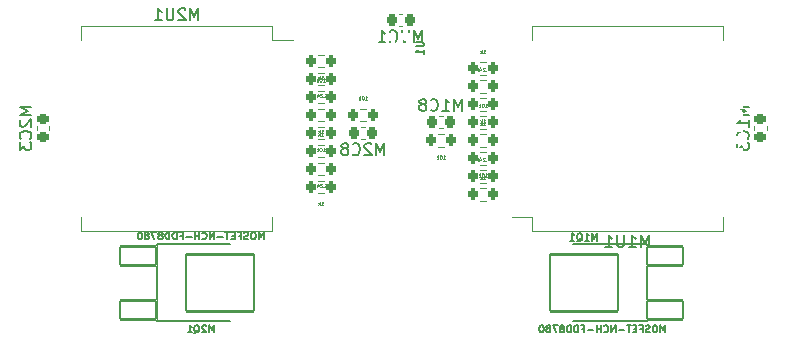
<source format=gbo>
%TF.GenerationSoftware,KiCad,Pcbnew,(6.0.0-0)*%
%TF.CreationDate,2022-03-27T14:29:04+08:00*%
%TF.ProjectId,driver,64726976-6572-42e6-9b69-6361645f7063,rev?*%
%TF.SameCoordinates,Original*%
%TF.FileFunction,Legend,Bot*%
%TF.FilePolarity,Positive*%
%FSLAX46Y46*%
G04 Gerber Fmt 4.6, Leading zero omitted, Abs format (unit mm)*
G04 Created by KiCad (PCBNEW (6.0.0-0)) date 2022-03-27 14:29:04*
%MOMM*%
%LPD*%
G01*
G04 APERTURE LIST*
G04 Aperture macros list*
%AMRoundRect*
0 Rectangle with rounded corners*
0 $1 Rounding radius*
0 $2 $3 $4 $5 $6 $7 $8 $9 X,Y pos of 4 corners*
0 Add a 4 corners polygon primitive as box body*
4,1,4,$2,$3,$4,$5,$6,$7,$8,$9,$2,$3,0*
0 Add four circle primitives for the rounded corners*
1,1,$1+$1,$2,$3*
1,1,$1+$1,$4,$5*
1,1,$1+$1,$6,$7*
1,1,$1+$1,$8,$9*
0 Add four rect primitives between the rounded corners*
20,1,$1+$1,$2,$3,$4,$5,0*
20,1,$1+$1,$4,$5,$6,$7,0*
20,1,$1+$1,$6,$7,$8,$9,0*
20,1,$1+$1,$8,$9,$2,$3,0*%
G04 Aperture macros list end*
%ADD10C,0.045000*%
%ADD11C,0.150000*%
%ADD12C,0.127000*%
%ADD13C,0.120000*%
%ADD14C,0.203200*%
%ADD15C,0.100000*%
%ADD16R,1.700000X1.700000*%
%ADD17O,1.700000X1.700000*%
%ADD18R,1.600000X1.600000*%
%ADD19C,1.600000*%
%ADD20R,3.800000X3.800000*%
%ADD21C,4.000000*%
%ADD22RoundRect,0.200000X-0.200000X-0.275000X0.200000X-0.275000X0.200000X0.275000X-0.200000X0.275000X0*%
%ADD23RoundRect,0.200000X0.200000X0.275000X-0.200000X0.275000X-0.200000X-0.275000X0.200000X-0.275000X0*%
%ADD24RoundRect,0.225000X-0.225000X-0.250000X0.225000X-0.250000X0.225000X0.250000X-0.225000X0.250000X0*%
%ADD25R,1.350000X0.660000*%
%ADD26R,5.250000X10.300000*%
%ADD27R,5.250000X6.230000*%
%ADD28RoundRect,0.101600X1.499870X-0.798830X1.499870X0.798830X-1.499870X0.798830X-1.499870X-0.798830X0*%
%ADD29RoundRect,0.101600X2.857500X-2.413000X2.857500X2.413000X-2.857500X2.413000X-2.857500X-2.413000X0*%
%ADD30R,0.450000X0.850000*%
%ADD31RoundRect,0.225000X-0.250000X0.225000X-0.250000X-0.225000X0.250000X-0.225000X0.250000X0.225000X0*%
%ADD32RoundRect,0.101600X-1.499870X0.798830X-1.499870X-0.798830X1.499870X-0.798830X1.499870X0.798830X0*%
%ADD33RoundRect,0.101600X-2.857500X2.413000X-2.857500X-2.413000X2.857500X-2.413000X2.857500X2.413000X0*%
%ADD34RoundRect,0.225000X0.225000X0.250000X-0.225000X0.250000X-0.225000X-0.250000X0.225000X-0.250000X0*%
G04 APERTURE END LIST*
D10*
%TO.C,M2R6*%
X154794371Y-100572949D02*
X154965800Y-100572949D01*
X154880085Y-100572949D02*
X154880085Y-100272949D01*
X154908657Y-100315806D01*
X154937228Y-100344377D01*
X154965800Y-100358663D01*
X154608657Y-100272949D02*
X154580085Y-100272949D01*
X154551514Y-100287235D01*
X154537228Y-100301520D01*
X154522942Y-100330092D01*
X154508657Y-100387235D01*
X154508657Y-100458663D01*
X154522942Y-100515806D01*
X154537228Y-100544377D01*
X154551514Y-100558663D01*
X154580085Y-100572949D01*
X154608657Y-100572949D01*
X154637228Y-100558663D01*
X154651514Y-100544377D01*
X154665800Y-100515806D01*
X154680085Y-100458663D01*
X154680085Y-100387235D01*
X154665800Y-100330092D01*
X154651514Y-100301520D01*
X154637228Y-100287235D01*
X154608657Y-100272949D01*
X154380085Y-100572949D02*
X154380085Y-100272949D01*
X154351514Y-100458663D02*
X154265800Y-100572949D01*
X154265800Y-100372949D02*
X154380085Y-100487235D01*
%TO.C,M2R5*%
X155194371Y-101608949D02*
X155008657Y-101608949D01*
X155108657Y-101723235D01*
X155065800Y-101723235D01*
X155037228Y-101737520D01*
X155022942Y-101751806D01*
X155008657Y-101780377D01*
X155008657Y-101851806D01*
X155022942Y-101880377D01*
X155037228Y-101894663D01*
X155065800Y-101908949D01*
X155151514Y-101908949D01*
X155180085Y-101894663D01*
X155194371Y-101880377D01*
X154880085Y-101880377D02*
X154865800Y-101894663D01*
X154880085Y-101908949D01*
X154894371Y-101894663D01*
X154880085Y-101880377D01*
X154880085Y-101908949D01*
X154751514Y-101637520D02*
X154737228Y-101623235D01*
X154708657Y-101608949D01*
X154637228Y-101608949D01*
X154608657Y-101623235D01*
X154594371Y-101637520D01*
X154580085Y-101666092D01*
X154580085Y-101694663D01*
X154594371Y-101737520D01*
X154765800Y-101908949D01*
X154580085Y-101908949D01*
X154322942Y-101708949D02*
X154322942Y-101908949D01*
X154394371Y-101594663D02*
X154465800Y-101808949D01*
X154280085Y-101808949D01*
X154165800Y-101908949D02*
X154165800Y-101608949D01*
X154137228Y-101794663D02*
X154051514Y-101908949D01*
X154051514Y-101708949D02*
X154165800Y-101823235D01*
D11*
%TO.C,M2C8*%
X159981114Y-106797615D02*
X159981114Y-105797615D01*
X159647780Y-106511901D01*
X159314447Y-105797615D01*
X159314447Y-106797615D01*
X158885876Y-105892854D02*
X158838257Y-105845235D01*
X158743019Y-105797615D01*
X158504923Y-105797615D01*
X158409685Y-105845235D01*
X158362066Y-105892854D01*
X158314447Y-105988092D01*
X158314447Y-106083330D01*
X158362066Y-106226187D01*
X158933495Y-106797615D01*
X158314447Y-106797615D01*
X157314447Y-106702377D02*
X157362066Y-106749996D01*
X157504923Y-106797615D01*
X157600161Y-106797615D01*
X157743019Y-106749996D01*
X157838257Y-106654758D01*
X157885876Y-106559520D01*
X157933495Y-106369044D01*
X157933495Y-106226187D01*
X157885876Y-106035711D01*
X157838257Y-105940473D01*
X157743019Y-105845235D01*
X157600161Y-105797615D01*
X157504923Y-105797615D01*
X157362066Y-105845235D01*
X157314447Y-105892854D01*
X156743019Y-106226187D02*
X156838257Y-106178568D01*
X156885876Y-106130949D01*
X156933495Y-106035711D01*
X156933495Y-105988092D01*
X156885876Y-105892854D01*
X156838257Y-105845235D01*
X156743019Y-105797615D01*
X156552542Y-105797615D01*
X156457304Y-105845235D01*
X156409685Y-105892854D01*
X156362066Y-105988092D01*
X156362066Y-106035711D01*
X156409685Y-106130949D01*
X156457304Y-106178568D01*
X156552542Y-106226187D01*
X156743019Y-106226187D01*
X156838257Y-106273806D01*
X156885876Y-106321425D01*
X156933495Y-106416663D01*
X156933495Y-106607139D01*
X156885876Y-106702377D01*
X156838257Y-106749996D01*
X156743019Y-106797615D01*
X156552542Y-106797615D01*
X156457304Y-106749996D01*
X156409685Y-106702377D01*
X156362066Y-106607139D01*
X156362066Y-106416663D01*
X156409685Y-106321425D01*
X156457304Y-106273806D01*
X156552542Y-106226187D01*
%TO.C,M2U1*%
X144235323Y-95378780D02*
X144235323Y-94378780D01*
X143901990Y-95093066D01*
X143568657Y-94378780D01*
X143568657Y-95378780D01*
X143140085Y-94474019D02*
X143092466Y-94426400D01*
X142997228Y-94378780D01*
X142759133Y-94378780D01*
X142663895Y-94426400D01*
X142616276Y-94474019D01*
X142568657Y-94569257D01*
X142568657Y-94664495D01*
X142616276Y-94807352D01*
X143187704Y-95378780D01*
X142568657Y-95378780D01*
X142140085Y-94378780D02*
X142140085Y-95188304D01*
X142092466Y-95283542D01*
X142044847Y-95331161D01*
X141949609Y-95378780D01*
X141759133Y-95378780D01*
X141663895Y-95331161D01*
X141616276Y-95283542D01*
X141568657Y-95188304D01*
X141568657Y-94378780D01*
X140568657Y-95378780D02*
X141140085Y-95378780D01*
X140854371Y-95378780D02*
X140854371Y-94378780D01*
X140949609Y-94521638D01*
X141044847Y-94616876D01*
X141140085Y-94664495D01*
D10*
%TO.C,M2R81*%
X154794371Y-106480949D02*
X154965800Y-106480949D01*
X154880085Y-106480949D02*
X154880085Y-106180949D01*
X154908657Y-106223806D01*
X154937228Y-106252377D01*
X154965800Y-106266663D01*
X154608657Y-106180949D02*
X154580085Y-106180949D01*
X154551514Y-106195235D01*
X154537228Y-106209520D01*
X154522942Y-106238092D01*
X154508657Y-106295235D01*
X154508657Y-106366663D01*
X154522942Y-106423806D01*
X154537228Y-106452377D01*
X154551514Y-106466663D01*
X154580085Y-106480949D01*
X154608657Y-106480949D01*
X154637228Y-106466663D01*
X154651514Y-106452377D01*
X154665800Y-106423806D01*
X154680085Y-106366663D01*
X154680085Y-106295235D01*
X154665800Y-106238092D01*
X154651514Y-106209520D01*
X154637228Y-106195235D01*
X154608657Y-106180949D01*
X154380085Y-106480949D02*
X154380085Y-106180949D01*
X154351514Y-106366663D02*
X154265800Y-106480949D01*
X154265800Y-106280949D02*
X154380085Y-106395235D01*
%TO.C,M2R71*%
X154651514Y-104956949D02*
X154822942Y-104956949D01*
X154737228Y-104956949D02*
X154737228Y-104656949D01*
X154765800Y-104699806D01*
X154794371Y-104728377D01*
X154822942Y-104742663D01*
X154522942Y-104956949D02*
X154522942Y-104656949D01*
X154494371Y-104842663D02*
X154408657Y-104956949D01*
X154408657Y-104756949D02*
X154522942Y-104871235D01*
%TO.C,M1R71*%
X168382114Y-104255949D02*
X168553542Y-104255949D01*
X168467828Y-104255949D02*
X168467828Y-103955949D01*
X168496400Y-103998806D01*
X168524971Y-104027377D01*
X168553542Y-104041663D01*
X168253542Y-104255949D02*
X168253542Y-103955949D01*
X168224971Y-104141663D02*
X168139257Y-104255949D01*
X168139257Y-104055949D02*
X168253542Y-104170235D01*
%TO.C,M1R81*%
X168524971Y-102731949D02*
X168696400Y-102731949D01*
X168610685Y-102731949D02*
X168610685Y-102431949D01*
X168639257Y-102474806D01*
X168667828Y-102503377D01*
X168696400Y-102517663D01*
X168339257Y-102431949D02*
X168310685Y-102431949D01*
X168282114Y-102446235D01*
X168267828Y-102460520D01*
X168253542Y-102489092D01*
X168239257Y-102546235D01*
X168239257Y-102617663D01*
X168253542Y-102674806D01*
X168267828Y-102703377D01*
X168282114Y-102717663D01*
X168310685Y-102731949D01*
X168339257Y-102731949D01*
X168367828Y-102717663D01*
X168382114Y-102703377D01*
X168396400Y-102674806D01*
X168410685Y-102617663D01*
X168410685Y-102546235D01*
X168396400Y-102489092D01*
X168382114Y-102460520D01*
X168367828Y-102446235D01*
X168339257Y-102431949D01*
X168110685Y-102731949D02*
X168110685Y-102431949D01*
X168082114Y-102617663D02*
X167996400Y-102731949D01*
X167996400Y-102531949D02*
X168110685Y-102646235D01*
%TO.C,M1R4*%
X168382114Y-108827949D02*
X168553542Y-108827949D01*
X168467828Y-108827949D02*
X168467828Y-108527949D01*
X168496400Y-108570806D01*
X168524971Y-108599377D01*
X168553542Y-108613663D01*
X168253542Y-108827949D02*
X168253542Y-108527949D01*
X168224971Y-108713663D02*
X168139257Y-108827949D01*
X168139257Y-108627949D02*
X168253542Y-108742235D01*
%TO.C,M1R72*%
X164977971Y-107115949D02*
X165149400Y-107115949D01*
X165063685Y-107115949D02*
X165063685Y-106815949D01*
X165092257Y-106858806D01*
X165120828Y-106887377D01*
X165149400Y-106901663D01*
X164792257Y-106815949D02*
X164763685Y-106815949D01*
X164735114Y-106830235D01*
X164720828Y-106844520D01*
X164706542Y-106873092D01*
X164692257Y-106930235D01*
X164692257Y-107001663D01*
X164706542Y-107058806D01*
X164720828Y-107087377D01*
X164735114Y-107101663D01*
X164763685Y-107115949D01*
X164792257Y-107115949D01*
X164820828Y-107101663D01*
X164835114Y-107087377D01*
X164849400Y-107058806D01*
X164863685Y-107001663D01*
X164863685Y-106930235D01*
X164849400Y-106873092D01*
X164835114Y-106844520D01*
X164820828Y-106830235D01*
X164792257Y-106815949D01*
X164563685Y-107115949D02*
X164563685Y-106815949D01*
X164535114Y-107001663D02*
X164449400Y-107115949D01*
X164449400Y-106915949D02*
X164563685Y-107030235D01*
%TO.C,M2R72*%
X158373971Y-102096949D02*
X158545400Y-102096949D01*
X158459685Y-102096949D02*
X158459685Y-101796949D01*
X158488257Y-101839806D01*
X158516828Y-101868377D01*
X158545400Y-101882663D01*
X158188257Y-101796949D02*
X158159685Y-101796949D01*
X158131114Y-101811235D01*
X158116828Y-101825520D01*
X158102542Y-101854092D01*
X158088257Y-101911235D01*
X158088257Y-101982663D01*
X158102542Y-102039806D01*
X158116828Y-102068377D01*
X158131114Y-102082663D01*
X158159685Y-102096949D01*
X158188257Y-102096949D01*
X158216828Y-102082663D01*
X158231114Y-102068377D01*
X158245400Y-102039806D01*
X158259685Y-101982663D01*
X158259685Y-101911235D01*
X158245400Y-101854092D01*
X158231114Y-101825520D01*
X158216828Y-101811235D01*
X158188257Y-101796949D01*
X157959685Y-102096949D02*
X157959685Y-101796949D01*
X157931114Y-101982663D02*
X157845400Y-102096949D01*
X157845400Y-101896949D02*
X157959685Y-102011235D01*
D12*
%TO.C,M2Q1*%
X145572220Y-121809771D02*
X145572220Y-121200171D01*
X145369020Y-121635600D01*
X145165820Y-121200171D01*
X145165820Y-121809771D01*
X144904563Y-121258228D02*
X144875535Y-121229200D01*
X144817477Y-121200171D01*
X144672335Y-121200171D01*
X144614277Y-121229200D01*
X144585249Y-121258228D01*
X144556220Y-121316285D01*
X144556220Y-121374342D01*
X144585249Y-121461428D01*
X144933592Y-121809771D01*
X144556220Y-121809771D01*
X143888563Y-121867828D02*
X143946620Y-121838800D01*
X144004677Y-121780742D01*
X144091763Y-121693657D01*
X144149820Y-121664628D01*
X144207877Y-121664628D01*
X144178849Y-121809771D02*
X144236906Y-121780742D01*
X144294963Y-121722685D01*
X144323992Y-121606571D01*
X144323992Y-121403371D01*
X144294963Y-121287257D01*
X144236906Y-121229200D01*
X144178849Y-121200171D01*
X144062735Y-121200171D01*
X144004677Y-121229200D01*
X143946620Y-121287257D01*
X143917592Y-121403371D01*
X143917592Y-121606571D01*
X143946620Y-121722685D01*
X144004677Y-121780742D01*
X144062735Y-121809771D01*
X144178849Y-121809771D01*
X143337020Y-121809771D02*
X143685363Y-121809771D01*
X143511192Y-121809771D02*
X143511192Y-121200171D01*
X143569249Y-121287257D01*
X143627306Y-121345314D01*
X143685363Y-121374342D01*
X149781363Y-113935771D02*
X149781363Y-113326171D01*
X149578163Y-113761600D01*
X149374963Y-113326171D01*
X149374963Y-113935771D01*
X148968563Y-113326171D02*
X148852449Y-113326171D01*
X148794392Y-113355200D01*
X148736335Y-113413257D01*
X148707306Y-113529371D01*
X148707306Y-113732571D01*
X148736335Y-113848685D01*
X148794392Y-113906742D01*
X148852449Y-113935771D01*
X148968563Y-113935771D01*
X149026620Y-113906742D01*
X149084677Y-113848685D01*
X149113706Y-113732571D01*
X149113706Y-113529371D01*
X149084677Y-113413257D01*
X149026620Y-113355200D01*
X148968563Y-113326171D01*
X148475077Y-113906742D02*
X148387992Y-113935771D01*
X148242849Y-113935771D01*
X148184792Y-113906742D01*
X148155763Y-113877714D01*
X148126735Y-113819657D01*
X148126735Y-113761600D01*
X148155763Y-113703542D01*
X148184792Y-113674514D01*
X148242849Y-113645485D01*
X148358963Y-113616457D01*
X148417020Y-113587428D01*
X148446049Y-113558400D01*
X148475077Y-113500342D01*
X148475077Y-113442285D01*
X148446049Y-113384228D01*
X148417020Y-113355200D01*
X148358963Y-113326171D01*
X148213820Y-113326171D01*
X148126735Y-113355200D01*
X147662277Y-113616457D02*
X147865477Y-113616457D01*
X147865477Y-113935771D02*
X147865477Y-113326171D01*
X147575192Y-113326171D01*
X147342963Y-113616457D02*
X147139763Y-113616457D01*
X147052677Y-113935771D02*
X147342963Y-113935771D01*
X147342963Y-113326171D01*
X147052677Y-113326171D01*
X146878506Y-113326171D02*
X146530163Y-113326171D01*
X146704335Y-113935771D02*
X146704335Y-113326171D01*
X146326963Y-113703542D02*
X145862506Y-113703542D01*
X145572220Y-113935771D02*
X145572220Y-113326171D01*
X145223877Y-113935771D01*
X145223877Y-113326171D01*
X144585249Y-113877714D02*
X144614277Y-113906742D01*
X144701363Y-113935771D01*
X144759420Y-113935771D01*
X144846506Y-113906742D01*
X144904563Y-113848685D01*
X144933592Y-113790628D01*
X144962620Y-113674514D01*
X144962620Y-113587428D01*
X144933592Y-113471314D01*
X144904563Y-113413257D01*
X144846506Y-113355200D01*
X144759420Y-113326171D01*
X144701363Y-113326171D01*
X144614277Y-113355200D01*
X144585249Y-113384228D01*
X144323992Y-113935771D02*
X144323992Y-113326171D01*
X144323992Y-113616457D02*
X143975649Y-113616457D01*
X143975649Y-113935771D02*
X143975649Y-113326171D01*
X143685363Y-113703542D02*
X143220906Y-113703542D01*
X142727420Y-113616457D02*
X142930620Y-113616457D01*
X142930620Y-113935771D02*
X142930620Y-113326171D01*
X142640335Y-113326171D01*
X142408106Y-113935771D02*
X142408106Y-113326171D01*
X142262963Y-113326171D01*
X142175877Y-113355200D01*
X142117820Y-113413257D01*
X142088792Y-113471314D01*
X142059763Y-113587428D01*
X142059763Y-113674514D01*
X142088792Y-113790628D01*
X142117820Y-113848685D01*
X142175877Y-113906742D01*
X142262963Y-113935771D01*
X142408106Y-113935771D01*
X141798506Y-113935771D02*
X141798506Y-113326171D01*
X141653363Y-113326171D01*
X141566277Y-113355200D01*
X141508220Y-113413257D01*
X141479192Y-113471314D01*
X141450163Y-113587428D01*
X141450163Y-113674514D01*
X141479192Y-113790628D01*
X141508220Y-113848685D01*
X141566277Y-113906742D01*
X141653363Y-113935771D01*
X141798506Y-113935771D01*
X141101820Y-113587428D02*
X141159877Y-113558400D01*
X141188906Y-113529371D01*
X141217935Y-113471314D01*
X141217935Y-113442285D01*
X141188906Y-113384228D01*
X141159877Y-113355200D01*
X141101820Y-113326171D01*
X140985706Y-113326171D01*
X140927649Y-113355200D01*
X140898620Y-113384228D01*
X140869592Y-113442285D01*
X140869592Y-113471314D01*
X140898620Y-113529371D01*
X140927649Y-113558400D01*
X140985706Y-113587428D01*
X141101820Y-113587428D01*
X141159877Y-113616457D01*
X141188906Y-113645485D01*
X141217935Y-113703542D01*
X141217935Y-113819657D01*
X141188906Y-113877714D01*
X141159877Y-113906742D01*
X141101820Y-113935771D01*
X140985706Y-113935771D01*
X140927649Y-113906742D01*
X140898620Y-113877714D01*
X140869592Y-113819657D01*
X140869592Y-113703542D01*
X140898620Y-113645485D01*
X140927649Y-113616457D01*
X140985706Y-113587428D01*
X140666392Y-113326171D02*
X140259992Y-113326171D01*
X140521249Y-113935771D01*
X139940677Y-113587428D02*
X139998735Y-113558400D01*
X140027763Y-113529371D01*
X140056792Y-113471314D01*
X140056792Y-113442285D01*
X140027763Y-113384228D01*
X139998735Y-113355200D01*
X139940677Y-113326171D01*
X139824563Y-113326171D01*
X139766506Y-113355200D01*
X139737477Y-113384228D01*
X139708449Y-113442285D01*
X139708449Y-113471314D01*
X139737477Y-113529371D01*
X139766506Y-113558400D01*
X139824563Y-113587428D01*
X139940677Y-113587428D01*
X139998735Y-113616457D01*
X140027763Y-113645485D01*
X140056792Y-113703542D01*
X140056792Y-113819657D01*
X140027763Y-113877714D01*
X139998735Y-113906742D01*
X139940677Y-113935771D01*
X139824563Y-113935771D01*
X139766506Y-113906742D01*
X139737477Y-113877714D01*
X139708449Y-113819657D01*
X139708449Y-113703542D01*
X139737477Y-113645485D01*
X139766506Y-113616457D01*
X139824563Y-113587428D01*
X139331077Y-113326171D02*
X139273020Y-113326171D01*
X139214963Y-113355200D01*
X139185935Y-113384228D01*
X139156906Y-113442285D01*
X139127877Y-113558400D01*
X139127877Y-113703542D01*
X139156906Y-113819657D01*
X139185935Y-113877714D01*
X139214963Y-113906742D01*
X139273020Y-113935771D01*
X139331077Y-113935771D01*
X139389135Y-113906742D01*
X139418163Y-113877714D01*
X139447192Y-113819657D01*
X139476220Y-113703542D01*
X139476220Y-113558400D01*
X139447192Y-113442285D01*
X139418163Y-113384228D01*
X139389135Y-113355200D01*
X139331077Y-113326171D01*
D11*
%TO.C,U1*%
X162693904Y-97229056D02*
X163213024Y-97229056D01*
X163274097Y-97259592D01*
X163304634Y-97290129D01*
X163335170Y-97351202D01*
X163335170Y-97473348D01*
X163304634Y-97534421D01*
X163274097Y-97564957D01*
X163213024Y-97595494D01*
X162693904Y-97595494D01*
X163335170Y-98236760D02*
X163335170Y-97870322D01*
X163335170Y-98053541D02*
X162693904Y-98053541D01*
X162785513Y-97992468D01*
X162846586Y-97931395D01*
X162877123Y-97870322D01*
%TO.C,M1U1*%
X182379723Y-114578780D02*
X182379723Y-113578780D01*
X182046390Y-114293066D01*
X181713057Y-113578780D01*
X181713057Y-114578780D01*
X180713057Y-114578780D02*
X181284485Y-114578780D01*
X180998771Y-114578780D02*
X180998771Y-113578780D01*
X181094009Y-113721638D01*
X181189247Y-113816876D01*
X181284485Y-113864495D01*
X180284485Y-113578780D02*
X180284485Y-114388304D01*
X180236866Y-114483542D01*
X180189247Y-114531161D01*
X180094009Y-114578780D01*
X179903533Y-114578780D01*
X179808295Y-114531161D01*
X179760676Y-114483542D01*
X179713057Y-114388304D01*
X179713057Y-113578780D01*
X178713057Y-114578780D02*
X179284485Y-114578780D01*
X178998771Y-114578780D02*
X178998771Y-113578780D01*
X179094009Y-113721638D01*
X179189247Y-113816876D01*
X179284485Y-113864495D01*
D10*
%TO.C,M2R4*%
X154651514Y-100384949D02*
X154822942Y-100384949D01*
X154737228Y-100384949D02*
X154737228Y-100084949D01*
X154765800Y-100127806D01*
X154794371Y-100156377D01*
X154822942Y-100170663D01*
X154522942Y-100384949D02*
X154522942Y-100084949D01*
X154494371Y-100270663D02*
X154408657Y-100384949D01*
X154408657Y-100184949D02*
X154522942Y-100299235D01*
%TO.C,M1R6*%
X168524971Y-108639949D02*
X168696400Y-108639949D01*
X168610685Y-108639949D02*
X168610685Y-108339949D01*
X168639257Y-108382806D01*
X168667828Y-108411377D01*
X168696400Y-108425663D01*
X168339257Y-108339949D02*
X168310685Y-108339949D01*
X168282114Y-108354235D01*
X168267828Y-108368520D01*
X168253542Y-108397092D01*
X168239257Y-108454235D01*
X168239257Y-108525663D01*
X168253542Y-108582806D01*
X168267828Y-108611377D01*
X168282114Y-108625663D01*
X168310685Y-108639949D01*
X168339257Y-108639949D01*
X168367828Y-108625663D01*
X168382114Y-108611377D01*
X168396400Y-108582806D01*
X168410685Y-108525663D01*
X168410685Y-108454235D01*
X168396400Y-108397092D01*
X168382114Y-108368520D01*
X168367828Y-108354235D01*
X168339257Y-108339949D01*
X168110685Y-108639949D02*
X168110685Y-108339949D01*
X168082114Y-108525663D02*
X167996400Y-108639949D01*
X167996400Y-108439949D02*
X168110685Y-108554235D01*
D11*
%TO.C,M1C3*%
X190867362Y-102730285D02*
X189867362Y-102730285D01*
X190581648Y-103063619D01*
X189867362Y-103396952D01*
X190867362Y-103396952D01*
X190867362Y-104396952D02*
X190867362Y-103825523D01*
X190867362Y-104111238D02*
X189867362Y-104111238D01*
X190010220Y-104016000D01*
X190105458Y-103920761D01*
X190153077Y-103825523D01*
X190772124Y-105396952D02*
X190819743Y-105349333D01*
X190867362Y-105206476D01*
X190867362Y-105111238D01*
X190819743Y-104968380D01*
X190724505Y-104873142D01*
X190629267Y-104825523D01*
X190438791Y-104777904D01*
X190295934Y-104777904D01*
X190105458Y-104825523D01*
X190010220Y-104873142D01*
X189914982Y-104968380D01*
X189867362Y-105111238D01*
X189867362Y-105206476D01*
X189914982Y-105349333D01*
X189962601Y-105396952D01*
X189867362Y-105730285D02*
X189867362Y-106349333D01*
X190248315Y-106016000D01*
X190248315Y-106158857D01*
X190295934Y-106254095D01*
X190343553Y-106301714D01*
X190438791Y-106349333D01*
X190676886Y-106349333D01*
X190772124Y-106301714D01*
X190819743Y-106254095D01*
X190867362Y-106158857D01*
X190867362Y-105873142D01*
X190819743Y-105777904D01*
X190772124Y-105730285D01*
%TO.C,MUC1*%
X163218733Y-97242380D02*
X163218733Y-96242380D01*
X162885400Y-96956666D01*
X162552066Y-96242380D01*
X162552066Y-97242380D01*
X162075876Y-96242380D02*
X162075876Y-97051904D01*
X162028257Y-97147142D01*
X161980638Y-97194761D01*
X161885400Y-97242380D01*
X161694923Y-97242380D01*
X161599685Y-97194761D01*
X161552066Y-97147142D01*
X161504447Y-97051904D01*
X161504447Y-96242380D01*
X160456828Y-97147142D02*
X160504447Y-97194761D01*
X160647304Y-97242380D01*
X160742542Y-97242380D01*
X160885400Y-97194761D01*
X160980638Y-97099523D01*
X161028257Y-97004285D01*
X161075876Y-96813809D01*
X161075876Y-96670952D01*
X161028257Y-96480476D01*
X160980638Y-96385238D01*
X160885400Y-96290000D01*
X160742542Y-96242380D01*
X160647304Y-96242380D01*
X160504447Y-96290000D01*
X160456828Y-96337619D01*
X159504447Y-97242380D02*
X160075876Y-97242380D01*
X159790161Y-97242380D02*
X159790161Y-96242380D01*
X159885400Y-96385238D01*
X159980638Y-96480476D01*
X160075876Y-96528095D01*
D10*
%TO.C,M1R10*%
X168382114Y-98159949D02*
X168553542Y-98159949D01*
X168467828Y-98159949D02*
X168467828Y-97859949D01*
X168496400Y-97902806D01*
X168524971Y-97931377D01*
X168553542Y-97945663D01*
X168253542Y-98159949D02*
X168253542Y-97859949D01*
X168224971Y-98045663D02*
X168139257Y-98159949D01*
X168139257Y-97959949D02*
X168253542Y-98074235D01*
%TO.C,M1R9*%
X168924971Y-99383949D02*
X168739257Y-99383949D01*
X168839257Y-99498235D01*
X168796400Y-99498235D01*
X168767828Y-99512520D01*
X168753542Y-99526806D01*
X168739257Y-99555377D01*
X168739257Y-99626806D01*
X168753542Y-99655377D01*
X168767828Y-99669663D01*
X168796400Y-99683949D01*
X168882114Y-99683949D01*
X168910685Y-99669663D01*
X168924971Y-99655377D01*
X168610685Y-99655377D02*
X168596400Y-99669663D01*
X168610685Y-99683949D01*
X168624971Y-99669663D01*
X168610685Y-99655377D01*
X168610685Y-99683949D01*
X168482114Y-99412520D02*
X168467828Y-99398235D01*
X168439257Y-99383949D01*
X168367828Y-99383949D01*
X168339257Y-99398235D01*
X168324971Y-99412520D01*
X168310685Y-99441092D01*
X168310685Y-99469663D01*
X168324971Y-99512520D01*
X168496400Y-99683949D01*
X168310685Y-99683949D01*
X168053542Y-99483949D02*
X168053542Y-99683949D01*
X168124971Y-99369663D02*
X168196400Y-99583949D01*
X168010685Y-99583949D01*
X167896400Y-99683949D02*
X167896400Y-99383949D01*
X167867828Y-99569663D02*
X167782114Y-99683949D01*
X167782114Y-99483949D02*
X167896400Y-99598235D01*
%TO.C,M1R5*%
X168924971Y-107003949D02*
X168739257Y-107003949D01*
X168839257Y-107118235D01*
X168796400Y-107118235D01*
X168767828Y-107132520D01*
X168753542Y-107146806D01*
X168739257Y-107175377D01*
X168739257Y-107246806D01*
X168753542Y-107275377D01*
X168767828Y-107289663D01*
X168796400Y-107303949D01*
X168882114Y-107303949D01*
X168910685Y-107289663D01*
X168924971Y-107275377D01*
X168610685Y-107275377D02*
X168596400Y-107289663D01*
X168610685Y-107303949D01*
X168624971Y-107289663D01*
X168610685Y-107275377D01*
X168610685Y-107303949D01*
X168482114Y-107032520D02*
X168467828Y-107018235D01*
X168439257Y-107003949D01*
X168367828Y-107003949D01*
X168339257Y-107018235D01*
X168324971Y-107032520D01*
X168310685Y-107061092D01*
X168310685Y-107089663D01*
X168324971Y-107132520D01*
X168496400Y-107303949D01*
X168310685Y-107303949D01*
X168053542Y-107103949D02*
X168053542Y-107303949D01*
X168124971Y-106989663D02*
X168196400Y-107203949D01*
X168010685Y-107203949D01*
X167896400Y-107303949D02*
X167896400Y-107003949D01*
X167867828Y-107189663D02*
X167782114Y-107303949D01*
X167782114Y-107103949D02*
X167896400Y-107218235D01*
D12*
%TO.C,M1Q1*%
X177978485Y-114035771D02*
X177978485Y-113426171D01*
X177775285Y-113861600D01*
X177572085Y-113426171D01*
X177572085Y-114035771D01*
X176962485Y-114035771D02*
X177310828Y-114035771D01*
X177136657Y-114035771D02*
X177136657Y-113426171D01*
X177194714Y-113513257D01*
X177252771Y-113571314D01*
X177310828Y-113600342D01*
X176294828Y-114093828D02*
X176352885Y-114064800D01*
X176410942Y-114006742D01*
X176498028Y-113919657D01*
X176556085Y-113890628D01*
X176614142Y-113890628D01*
X176585114Y-114035771D02*
X176643171Y-114006742D01*
X176701228Y-113948685D01*
X176730257Y-113832571D01*
X176730257Y-113629371D01*
X176701228Y-113513257D01*
X176643171Y-113455200D01*
X176585114Y-113426171D01*
X176469000Y-113426171D01*
X176410942Y-113455200D01*
X176352885Y-113513257D01*
X176323857Y-113629371D01*
X176323857Y-113832571D01*
X176352885Y-113948685D01*
X176410942Y-114006742D01*
X176469000Y-114035771D01*
X176585114Y-114035771D01*
X175743285Y-114035771D02*
X176091628Y-114035771D01*
X175917457Y-114035771D02*
X175917457Y-113426171D01*
X175975514Y-113513257D01*
X176033571Y-113571314D01*
X176091628Y-113600342D01*
X183783475Y-121809771D02*
X183783475Y-121200171D01*
X183580275Y-121635600D01*
X183377075Y-121200171D01*
X183377075Y-121809771D01*
X182970675Y-121200171D02*
X182854561Y-121200171D01*
X182796504Y-121229200D01*
X182738447Y-121287257D01*
X182709418Y-121403371D01*
X182709418Y-121606571D01*
X182738447Y-121722685D01*
X182796504Y-121780742D01*
X182854561Y-121809771D01*
X182970675Y-121809771D01*
X183028732Y-121780742D01*
X183086789Y-121722685D01*
X183115818Y-121606571D01*
X183115818Y-121403371D01*
X183086789Y-121287257D01*
X183028732Y-121229200D01*
X182970675Y-121200171D01*
X182477189Y-121780742D02*
X182390104Y-121809771D01*
X182244961Y-121809771D01*
X182186904Y-121780742D01*
X182157875Y-121751714D01*
X182128847Y-121693657D01*
X182128847Y-121635600D01*
X182157875Y-121577542D01*
X182186904Y-121548514D01*
X182244961Y-121519485D01*
X182361075Y-121490457D01*
X182419132Y-121461428D01*
X182448161Y-121432400D01*
X182477189Y-121374342D01*
X182477189Y-121316285D01*
X182448161Y-121258228D01*
X182419132Y-121229200D01*
X182361075Y-121200171D01*
X182215932Y-121200171D01*
X182128847Y-121229200D01*
X181664389Y-121490457D02*
X181867589Y-121490457D01*
X181867589Y-121809771D02*
X181867589Y-121200171D01*
X181577304Y-121200171D01*
X181345075Y-121490457D02*
X181141875Y-121490457D01*
X181054789Y-121809771D02*
X181345075Y-121809771D01*
X181345075Y-121200171D01*
X181054789Y-121200171D01*
X180880618Y-121200171D02*
X180532275Y-121200171D01*
X180706447Y-121809771D02*
X180706447Y-121200171D01*
X180329075Y-121577542D02*
X179864618Y-121577542D01*
X179574332Y-121809771D02*
X179574332Y-121200171D01*
X179225989Y-121809771D01*
X179225989Y-121200171D01*
X178587361Y-121751714D02*
X178616389Y-121780742D01*
X178703475Y-121809771D01*
X178761532Y-121809771D01*
X178848618Y-121780742D01*
X178906675Y-121722685D01*
X178935704Y-121664628D01*
X178964732Y-121548514D01*
X178964732Y-121461428D01*
X178935704Y-121345314D01*
X178906675Y-121287257D01*
X178848618Y-121229200D01*
X178761532Y-121200171D01*
X178703475Y-121200171D01*
X178616389Y-121229200D01*
X178587361Y-121258228D01*
X178326104Y-121809771D02*
X178326104Y-121200171D01*
X178326104Y-121490457D02*
X177977761Y-121490457D01*
X177977761Y-121809771D02*
X177977761Y-121200171D01*
X177687475Y-121577542D02*
X177223018Y-121577542D01*
X176729532Y-121490457D02*
X176932732Y-121490457D01*
X176932732Y-121809771D02*
X176932732Y-121200171D01*
X176642447Y-121200171D01*
X176410218Y-121809771D02*
X176410218Y-121200171D01*
X176265075Y-121200171D01*
X176177989Y-121229200D01*
X176119932Y-121287257D01*
X176090904Y-121345314D01*
X176061875Y-121461428D01*
X176061875Y-121548514D01*
X176090904Y-121664628D01*
X176119932Y-121722685D01*
X176177989Y-121780742D01*
X176265075Y-121809771D01*
X176410218Y-121809771D01*
X175800618Y-121809771D02*
X175800618Y-121200171D01*
X175655475Y-121200171D01*
X175568389Y-121229200D01*
X175510332Y-121287257D01*
X175481304Y-121345314D01*
X175452275Y-121461428D01*
X175452275Y-121548514D01*
X175481304Y-121664628D01*
X175510332Y-121722685D01*
X175568389Y-121780742D01*
X175655475Y-121809771D01*
X175800618Y-121809771D01*
X175103932Y-121461428D02*
X175161989Y-121432400D01*
X175191018Y-121403371D01*
X175220047Y-121345314D01*
X175220047Y-121316285D01*
X175191018Y-121258228D01*
X175161989Y-121229200D01*
X175103932Y-121200171D01*
X174987818Y-121200171D01*
X174929761Y-121229200D01*
X174900732Y-121258228D01*
X174871704Y-121316285D01*
X174871704Y-121345314D01*
X174900732Y-121403371D01*
X174929761Y-121432400D01*
X174987818Y-121461428D01*
X175103932Y-121461428D01*
X175161989Y-121490457D01*
X175191018Y-121519485D01*
X175220047Y-121577542D01*
X175220047Y-121693657D01*
X175191018Y-121751714D01*
X175161989Y-121780742D01*
X175103932Y-121809771D01*
X174987818Y-121809771D01*
X174929761Y-121780742D01*
X174900732Y-121751714D01*
X174871704Y-121693657D01*
X174871704Y-121577542D01*
X174900732Y-121519485D01*
X174929761Y-121490457D01*
X174987818Y-121461428D01*
X174668504Y-121200171D02*
X174262104Y-121200171D01*
X174523361Y-121809771D01*
X173942789Y-121461428D02*
X174000847Y-121432400D01*
X174029875Y-121403371D01*
X174058904Y-121345314D01*
X174058904Y-121316285D01*
X174029875Y-121258228D01*
X174000847Y-121229200D01*
X173942789Y-121200171D01*
X173826675Y-121200171D01*
X173768618Y-121229200D01*
X173739589Y-121258228D01*
X173710561Y-121316285D01*
X173710561Y-121345314D01*
X173739589Y-121403371D01*
X173768618Y-121432400D01*
X173826675Y-121461428D01*
X173942789Y-121461428D01*
X174000847Y-121490457D01*
X174029875Y-121519485D01*
X174058904Y-121577542D01*
X174058904Y-121693657D01*
X174029875Y-121751714D01*
X174000847Y-121780742D01*
X173942789Y-121809771D01*
X173826675Y-121809771D01*
X173768618Y-121780742D01*
X173739589Y-121751714D01*
X173710561Y-121693657D01*
X173710561Y-121577542D01*
X173739589Y-121519485D01*
X173768618Y-121490457D01*
X173826675Y-121461428D01*
X173333189Y-121200171D02*
X173275132Y-121200171D01*
X173217075Y-121229200D01*
X173188047Y-121258228D01*
X173159018Y-121316285D01*
X173129989Y-121432400D01*
X173129989Y-121577542D01*
X173159018Y-121693657D01*
X173188047Y-121751714D01*
X173217075Y-121780742D01*
X173275132Y-121809771D01*
X173333189Y-121809771D01*
X173391247Y-121780742D01*
X173420275Y-121751714D01*
X173449304Y-121693657D01*
X173478332Y-121577542D01*
X173478332Y-121432400D01*
X173449304Y-121316285D01*
X173420275Y-121258228D01*
X173391247Y-121229200D01*
X173333189Y-121200171D01*
D10*
%TO.C,M1R82*%
X168382114Y-104067949D02*
X168553542Y-104067949D01*
X168467828Y-104067949D02*
X168467828Y-103767949D01*
X168496400Y-103810806D01*
X168524971Y-103839377D01*
X168553542Y-103853663D01*
X168253542Y-104067949D02*
X168253542Y-103767949D01*
X168224971Y-103953663D02*
X168139257Y-104067949D01*
X168139257Y-103867949D02*
X168253542Y-103982235D01*
D11*
%TO.C,M1C8*%
X166585114Y-103048615D02*
X166585114Y-102048615D01*
X166251780Y-102762901D01*
X165918447Y-102048615D01*
X165918447Y-103048615D01*
X164918447Y-103048615D02*
X165489876Y-103048615D01*
X165204161Y-103048615D02*
X165204161Y-102048615D01*
X165299400Y-102191473D01*
X165394638Y-102286711D01*
X165489876Y-102334330D01*
X163918447Y-102953377D02*
X163966066Y-103000996D01*
X164108923Y-103048615D01*
X164204161Y-103048615D01*
X164347019Y-103000996D01*
X164442257Y-102905758D01*
X164489876Y-102810520D01*
X164537495Y-102620044D01*
X164537495Y-102477187D01*
X164489876Y-102286711D01*
X164442257Y-102191473D01*
X164347019Y-102096235D01*
X164204161Y-102048615D01*
X164108923Y-102048615D01*
X163966066Y-102096235D01*
X163918447Y-102143854D01*
X163347019Y-102477187D02*
X163442257Y-102429568D01*
X163489876Y-102381949D01*
X163537495Y-102286711D01*
X163537495Y-102239092D01*
X163489876Y-102143854D01*
X163442257Y-102096235D01*
X163347019Y-102048615D01*
X163156542Y-102048615D01*
X163061304Y-102096235D01*
X163013685Y-102143854D01*
X162966066Y-102239092D01*
X162966066Y-102286711D01*
X163013685Y-102381949D01*
X163061304Y-102429568D01*
X163156542Y-102477187D01*
X163347019Y-102477187D01*
X163442257Y-102524806D01*
X163489876Y-102572425D01*
X163537495Y-102667663D01*
X163537495Y-102858139D01*
X163489876Y-102953377D01*
X163442257Y-103000996D01*
X163347019Y-103048615D01*
X163156542Y-103048615D01*
X163061304Y-103000996D01*
X163013685Y-102953377D01*
X162966066Y-102858139D01*
X162966066Y-102667663D01*
X163013685Y-102572425D01*
X163061304Y-102524806D01*
X163156542Y-102477187D01*
D10*
%TO.C,M2R10*%
X154651514Y-111052949D02*
X154822942Y-111052949D01*
X154737228Y-111052949D02*
X154737228Y-110752949D01*
X154765800Y-110795806D01*
X154794371Y-110824377D01*
X154822942Y-110838663D01*
X154522942Y-111052949D02*
X154522942Y-110752949D01*
X154494371Y-110938663D02*
X154408657Y-111052949D01*
X154408657Y-110852949D02*
X154522942Y-110967235D01*
%TO.C,M2R9*%
X155194371Y-109228949D02*
X155008657Y-109228949D01*
X155108657Y-109343235D01*
X155065800Y-109343235D01*
X155037228Y-109357520D01*
X155022942Y-109371806D01*
X155008657Y-109400377D01*
X155008657Y-109471806D01*
X155022942Y-109500377D01*
X155037228Y-109514663D01*
X155065800Y-109528949D01*
X155151514Y-109528949D01*
X155180085Y-109514663D01*
X155194371Y-109500377D01*
X154880085Y-109500377D02*
X154865800Y-109514663D01*
X154880085Y-109528949D01*
X154894371Y-109514663D01*
X154880085Y-109500377D01*
X154880085Y-109528949D01*
X154751514Y-109257520D02*
X154737228Y-109243235D01*
X154708657Y-109228949D01*
X154637228Y-109228949D01*
X154608657Y-109243235D01*
X154594371Y-109257520D01*
X154580085Y-109286092D01*
X154580085Y-109314663D01*
X154594371Y-109357520D01*
X154765800Y-109528949D01*
X154580085Y-109528949D01*
X154322942Y-109328949D02*
X154322942Y-109528949D01*
X154394371Y-109214663D02*
X154465800Y-109428949D01*
X154280085Y-109428949D01*
X154165800Y-109528949D02*
X154165800Y-109228949D01*
X154137228Y-109414663D02*
X154051514Y-109528949D01*
X154051514Y-109328949D02*
X154165800Y-109443235D01*
%TO.C,M2R82*%
X154651514Y-105144949D02*
X154822942Y-105144949D01*
X154737228Y-105144949D02*
X154737228Y-104844949D01*
X154765800Y-104887806D01*
X154794371Y-104916377D01*
X154822942Y-104930663D01*
X154522942Y-105144949D02*
X154522942Y-104844949D01*
X154494371Y-105030663D02*
X154408657Y-105144949D01*
X154408657Y-104944949D02*
X154522942Y-105059235D01*
D11*
%TO.C,M2C3*%
X130117780Y-102730285D02*
X129117780Y-102730285D01*
X129832066Y-103063619D01*
X129117780Y-103396952D01*
X130117780Y-103396952D01*
X129213019Y-103825523D02*
X129165400Y-103873142D01*
X129117780Y-103968380D01*
X129117780Y-104206476D01*
X129165400Y-104301714D01*
X129213019Y-104349333D01*
X129308257Y-104396952D01*
X129403495Y-104396952D01*
X129546352Y-104349333D01*
X130117780Y-103777904D01*
X130117780Y-104396952D01*
X130022542Y-105396952D02*
X130070161Y-105349333D01*
X130117780Y-105206476D01*
X130117780Y-105111238D01*
X130070161Y-104968380D01*
X129974923Y-104873142D01*
X129879685Y-104825523D01*
X129689209Y-104777904D01*
X129546352Y-104777904D01*
X129355876Y-104825523D01*
X129260638Y-104873142D01*
X129165400Y-104968380D01*
X129117780Y-105111238D01*
X129117780Y-105206476D01*
X129165400Y-105349333D01*
X129213019Y-105396952D01*
X129117780Y-105730285D02*
X129117780Y-106349333D01*
X129498733Y-106016000D01*
X129498733Y-106158857D01*
X129546352Y-106254095D01*
X129593971Y-106301714D01*
X129689209Y-106349333D01*
X129927304Y-106349333D01*
X130022542Y-106301714D01*
X130070161Y-106254095D01*
X130117780Y-106158857D01*
X130117780Y-105873142D01*
X130070161Y-105777904D01*
X130022542Y-105730285D01*
D13*
%TO.C,M2R6*%
X154378542Y-101344735D02*
X154853058Y-101344735D01*
X154378542Y-102389735D02*
X154853058Y-102389735D01*
%TO.C,M2R5*%
X154853058Y-100865735D02*
X154378542Y-100865735D01*
X154853058Y-99820735D02*
X154378542Y-99820735D01*
%TO.C,M2C8*%
X158054820Y-105425235D02*
X158335980Y-105425235D01*
X158054820Y-104405235D02*
X158335980Y-104405235D01*
%TO.C,M2U1*%
X134425800Y-95826400D02*
X150425800Y-95826400D01*
X134425800Y-95826400D02*
X134325800Y-95826400D01*
X134425800Y-113226400D02*
X150525800Y-113226400D01*
X134425800Y-113226400D02*
X134325800Y-113226400D01*
X150425800Y-95826400D02*
X150525800Y-95826400D01*
X150525800Y-113226400D02*
X150525800Y-112026400D01*
X150525800Y-97026400D02*
X152225800Y-97026400D01*
X134325800Y-95826400D02*
X134325800Y-97026400D01*
X150525800Y-95826400D02*
X150525800Y-97026400D01*
X134325800Y-113226400D02*
X134325800Y-112026400D01*
%TO.C,M2R81*%
X154853058Y-105437735D02*
X154378542Y-105437735D01*
X154853058Y-104392735D02*
X154378542Y-104392735D01*
%TO.C,M2R71*%
X154853058Y-102868735D02*
X154378542Y-102868735D01*
X154853058Y-103913735D02*
X154378542Y-103913735D01*
%TO.C,M1R71*%
X168109142Y-105027735D02*
X168583658Y-105027735D01*
X168109142Y-106072735D02*
X168583658Y-106072735D01*
%TO.C,M1R81*%
X168109142Y-104548735D02*
X168583658Y-104548735D01*
X168109142Y-103503735D02*
X168583658Y-103503735D01*
%TO.C,M1R4*%
X168109142Y-109599735D02*
X168583658Y-109599735D01*
X168109142Y-110644735D02*
X168583658Y-110644735D01*
%TO.C,M1R72*%
X165036658Y-106072735D02*
X164562142Y-106072735D01*
X165036658Y-105027735D02*
X164562142Y-105027735D01*
%TO.C,M2R72*%
X157958142Y-103913735D02*
X158432658Y-103913735D01*
X157958142Y-102868735D02*
X158432658Y-102868735D01*
D14*
%TO.C,M2Q1*%
X140740415Y-120873600D02*
X146932935Y-120873600D01*
X146932935Y-114320400D02*
X140740415Y-114320400D01*
X140740415Y-114320400D02*
X140740415Y-120873600D01*
D15*
%TO.C,U1*%
X162535400Y-99000000D02*
G75*
G03*
X162535400Y-99000000I-50000J0D01*
G01*
D13*
%TO.C,M1U1*%
X172570200Y-113226400D02*
X172470200Y-113226400D01*
X188570200Y-95826400D02*
X172470200Y-95826400D01*
X188670200Y-95826400D02*
X188670200Y-97026400D01*
X188670200Y-113226400D02*
X188670200Y-112026400D01*
X188570200Y-95826400D02*
X188670200Y-95826400D01*
X188570200Y-113226400D02*
X172570200Y-113226400D01*
X172470200Y-95826400D02*
X172470200Y-97026400D01*
X172470200Y-112026400D02*
X170770200Y-112026400D01*
X188570200Y-113226400D02*
X188670200Y-113226400D01*
X172470200Y-113226400D02*
X172470200Y-112026400D01*
%TO.C,M2R4*%
X154853058Y-98296735D02*
X154378542Y-98296735D01*
X154853058Y-99341735D02*
X154378542Y-99341735D01*
%TO.C,M1R6*%
X168583658Y-107596735D02*
X168109142Y-107596735D01*
X168583658Y-106551735D02*
X168109142Y-106551735D01*
%TO.C,M1C3*%
X191334982Y-104375420D02*
X191334982Y-104656580D01*
X192354982Y-104375420D02*
X192354982Y-104656580D01*
%TO.C,MUC1*%
X161244820Y-95870000D02*
X161525980Y-95870000D01*
X161244820Y-94850000D02*
X161525980Y-94850000D01*
%TO.C,M1R10*%
X168109142Y-99976735D02*
X168583658Y-99976735D01*
X168109142Y-98931735D02*
X168583658Y-98931735D01*
%TO.C,M1R9*%
X168109142Y-101500735D02*
X168583658Y-101500735D01*
X168109142Y-100455735D02*
X168583658Y-100455735D01*
%TO.C,M1R5*%
X168109142Y-109120735D02*
X168583658Y-109120735D01*
X168109142Y-108075735D02*
X168583658Y-108075735D01*
D14*
%TO.C,M1Q1*%
X182199967Y-120873600D02*
X182199967Y-114320400D01*
X176007447Y-120873600D02*
X182199967Y-120873600D01*
X182199967Y-114320400D02*
X176007447Y-114320400D01*
D13*
%TO.C,M1R82*%
X168583658Y-101979735D02*
X168109142Y-101979735D01*
X168583658Y-103024735D02*
X168109142Y-103024735D01*
%TO.C,M1C8*%
X164939980Y-103516235D02*
X164658820Y-103516235D01*
X164939980Y-104536235D02*
X164658820Y-104536235D01*
%TO.C,M2R10*%
X154853058Y-108964735D02*
X154378542Y-108964735D01*
X154853058Y-110009735D02*
X154378542Y-110009735D01*
%TO.C,M2R9*%
X154853058Y-108485735D02*
X154378542Y-108485735D01*
X154853058Y-107440735D02*
X154378542Y-107440735D01*
%TO.C,M2R82*%
X154378542Y-105916735D02*
X154853058Y-105916735D01*
X154378542Y-106961735D02*
X154853058Y-106961735D01*
%TO.C,M2C3*%
X130585400Y-104375420D02*
X130585400Y-104656580D01*
X131605400Y-104375420D02*
X131605400Y-104656580D01*
%TD*%
%LPC*%
D16*
%TO.C,J2*%
X165030200Y-124200000D03*
D17*
X167570200Y-124200000D03*
X170110200Y-124200000D03*
X172650200Y-124200000D03*
X175190200Y-124200000D03*
X177730200Y-124200000D03*
X180270200Y-124200000D03*
X182810200Y-124200000D03*
X185350200Y-124200000D03*
X187890200Y-124200000D03*
X190430200Y-124200000D03*
%TD*%
D18*
%TO.C,M2CP1*%
X153609418Y-119508651D03*
D19*
X153609418Y-116008651D03*
%TD*%
D18*
%TO.C,M1CP1*%
X169431000Y-119508651D03*
D19*
X169431000Y-116008651D03*
%TD*%
D20*
%TO.C,J1*%
X161497400Y-112562000D03*
D21*
X161497400Y-117562000D03*
%TD*%
D22*
%TO.C,M2R6*%
X153790800Y-101867235D03*
X155440800Y-101867235D03*
%TD*%
D23*
%TO.C,M2R5*%
X155440800Y-100343235D03*
X153790800Y-100343235D03*
%TD*%
D24*
%TO.C,M2C8*%
X157420400Y-104915235D03*
X158970400Y-104915235D03*
%TD*%
D25*
%TO.C,M2U1*%
X151550800Y-97526400D03*
X151550800Y-98526400D03*
X151550800Y-99526400D03*
X151550800Y-100526400D03*
X151550800Y-101526400D03*
X151550800Y-102526400D03*
X151550800Y-103526400D03*
X151550800Y-104526400D03*
X151550800Y-105526400D03*
X151550800Y-106526400D03*
X151550800Y-107526400D03*
X151550800Y-108526400D03*
X151550800Y-109526400D03*
X151550800Y-110526400D03*
X151550800Y-111526400D03*
X133300800Y-111526400D03*
X133300800Y-110526400D03*
X133300800Y-109526400D03*
X133300800Y-108526400D03*
X133300800Y-107526400D03*
X133300800Y-106526400D03*
X133300800Y-105526400D03*
X133300800Y-104526400D03*
X133300800Y-103526400D03*
X133300800Y-102526400D03*
X133300800Y-101526400D03*
X133300800Y-100526400D03*
X133300800Y-99526400D03*
X133300800Y-98526400D03*
X133300800Y-97526400D03*
D26*
X145475800Y-104526400D03*
D27*
X139375800Y-108691400D03*
X139375800Y-100361400D03*
%TD*%
D23*
%TO.C,M2R81*%
X155440800Y-104915235D03*
X153790800Y-104915235D03*
%TD*%
%TO.C,M2R71*%
X155440800Y-103391235D03*
X153790800Y-103391235D03*
%TD*%
D22*
%TO.C,M1R71*%
X167521400Y-105550235D03*
X169171400Y-105550235D03*
%TD*%
%TO.C,M1R81*%
X167521400Y-104026235D03*
X169171400Y-104026235D03*
%TD*%
%TO.C,M1R4*%
X167521400Y-110122235D03*
X169171400Y-110122235D03*
%TD*%
D23*
%TO.C,M1R72*%
X165624400Y-105550235D03*
X163974400Y-105550235D03*
%TD*%
D22*
%TO.C,M2R72*%
X157370400Y-103391235D03*
X159020400Y-103391235D03*
%TD*%
D28*
%TO.C,M2Q1*%
X139160535Y-119875380D03*
X139160535Y-115318620D03*
D29*
X146056635Y-117597000D03*
%TD*%
D30*
%TO.C,U1*%
X162035400Y-98950000D03*
X161385400Y-98950000D03*
X160735400Y-98950000D03*
X160735400Y-96850000D03*
X161385400Y-96850000D03*
X162035400Y-96850000D03*
%TD*%
D25*
%TO.C,M1U1*%
X171445200Y-111526400D03*
X171445200Y-110526400D03*
X171445200Y-109526400D03*
X171445200Y-108526400D03*
X171445200Y-107526400D03*
X171445200Y-106526400D03*
X171445200Y-105526400D03*
X171445200Y-104526400D03*
X171445200Y-103526400D03*
X171445200Y-102526400D03*
X171445200Y-101526400D03*
X171445200Y-100526400D03*
X171445200Y-99526400D03*
X171445200Y-98526400D03*
X171445200Y-97526400D03*
X189695200Y-97526400D03*
X189695200Y-98526400D03*
X189695200Y-99526400D03*
X189695200Y-100526400D03*
X189695200Y-101526400D03*
X189695200Y-102526400D03*
X189695200Y-103526400D03*
X189695200Y-104526400D03*
X189695200Y-105526400D03*
X189695200Y-106526400D03*
X189695200Y-107526400D03*
X189695200Y-108526400D03*
X189695200Y-109526400D03*
X189695200Y-110526400D03*
X189695200Y-111526400D03*
D26*
X177520200Y-104526400D03*
D27*
X183620200Y-100361400D03*
X183620200Y-108691400D03*
%TD*%
D23*
%TO.C,M2R4*%
X155440800Y-98819235D03*
X153790800Y-98819235D03*
%TD*%
%TO.C,M1R6*%
X169171400Y-107074235D03*
X167521400Y-107074235D03*
%TD*%
D31*
%TO.C,M1C3*%
X191844982Y-103741000D03*
X191844982Y-105291000D03*
%TD*%
D24*
%TO.C,MUC1*%
X160610400Y-95360000D03*
X162160400Y-95360000D03*
%TD*%
D22*
%TO.C,M1R10*%
X167521400Y-99454235D03*
X169171400Y-99454235D03*
%TD*%
%TO.C,M1R9*%
X167521400Y-100978235D03*
X169171400Y-100978235D03*
%TD*%
%TO.C,M1R5*%
X167521400Y-108598235D03*
X169171400Y-108598235D03*
%TD*%
D32*
%TO.C,M1Q1*%
X183779847Y-115318620D03*
X183779847Y-119875380D03*
D33*
X176883747Y-117597000D03*
%TD*%
D23*
%TO.C,M1R82*%
X169171400Y-102502235D03*
X167521400Y-102502235D03*
%TD*%
D34*
%TO.C,M1C8*%
X165574400Y-104026235D03*
X164024400Y-104026235D03*
%TD*%
D23*
%TO.C,M2R10*%
X155440800Y-109487235D03*
X153790800Y-109487235D03*
%TD*%
%TO.C,M2R9*%
X155440800Y-107963235D03*
X153790800Y-107963235D03*
%TD*%
D22*
%TO.C,M2R82*%
X153790800Y-106439235D03*
X155440800Y-106439235D03*
%TD*%
D31*
%TO.C,M2C3*%
X131095400Y-103741000D03*
X131095400Y-105291000D03*
%TD*%
M02*

</source>
